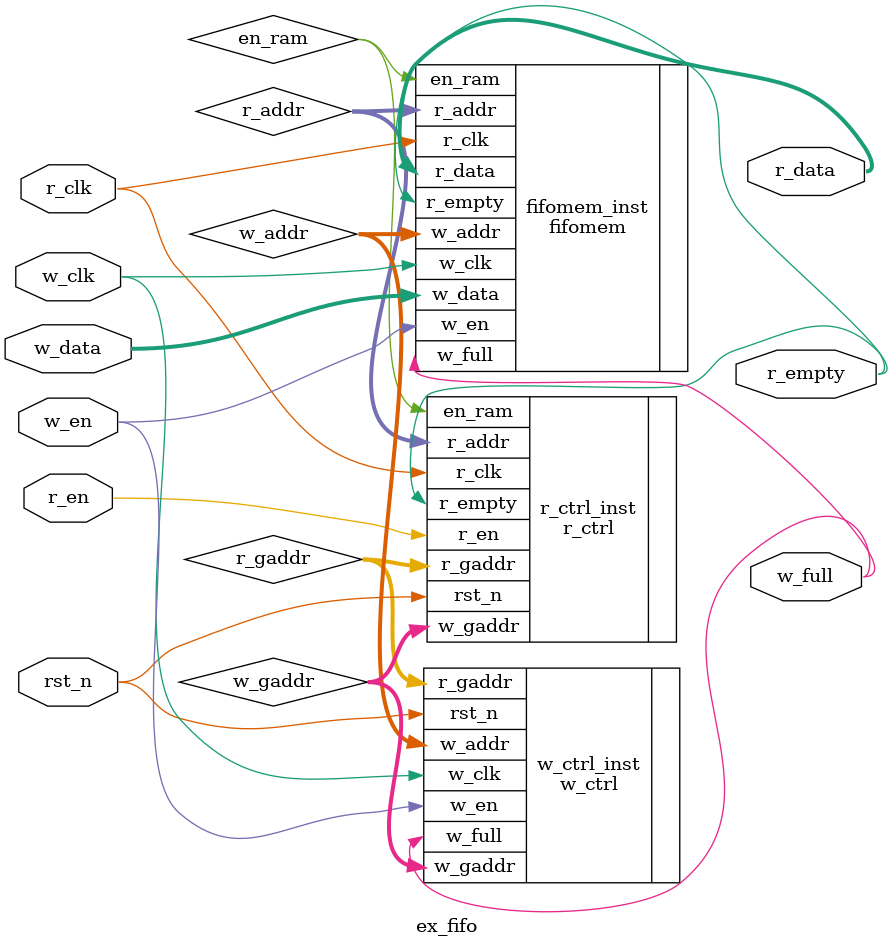
<source format=v>
module ex_fifo(
		input	wire		w_clk,
		input	wire		r_clk,
		input	wire		rst_n,
		input	wire		w_en,
		input	wire	[559:0] w_data,
		output	wire		w_full,
		input	wire		r_en,
		output	wire	[559:0] r_data,
		output	wire		r_empty


);

wire	[4:0]	r_gaddr;
wire	[4:0]	w_addr;
wire	[4:0]	w_gaddr;
wire	[4:0]	r_addr;

w_ctrl	w_ctrl_inst(
		.w_clk(w_clk),//写时钟
		.rst_n(rst_n), //复位
		.w_en(w_en),	//写使能
		.r_gaddr(r_gaddr),//读时钟域过来的格雷码读地址指针
		.w_full(w_full), //写满标志
		.w_addr(w_addr), //假设这次是256深度的FIFO
		.w_gaddr(w_gaddr) //写FIFO地址格雷码编码
);

fifomem		fifomem_inst(
		.w_clk(w_clk),
		.r_clk(r_clk),
		.w_en(w_en),		//来自于FIFO的写控制模块

		.w_full(w_full),		//来自FIFO的写控制模块
		.w_data(w_data),		//来自于外部数据源
		.w_addr(w_addr),		//来自于我们的FIFO写控制模块
		.r_empty(r_empty),
		.r_addr(r_addr),		//来自于FIFO的读控制模块
		.en_ram(en_ram),
		.r_data(r_data)		//读数据从内部ram中读取
		
);


r_ctrl	r_ctrl_inst(
		.r_clk(r_clk),	//读时钟
		.rst_n(rst_n),	
		.r_en(r_en),	//读使能
		.w_gaddr(w_gaddr),//写时钟域的写地址指针
		.r_empty(r_empty),//读空标志
		.r_addr(r_addr),//读时钟域的地址
		.r_gaddr(r_gaddr),  //读格雷码的地址
		.en_ram(en_ram)
);

endmodule

</source>
